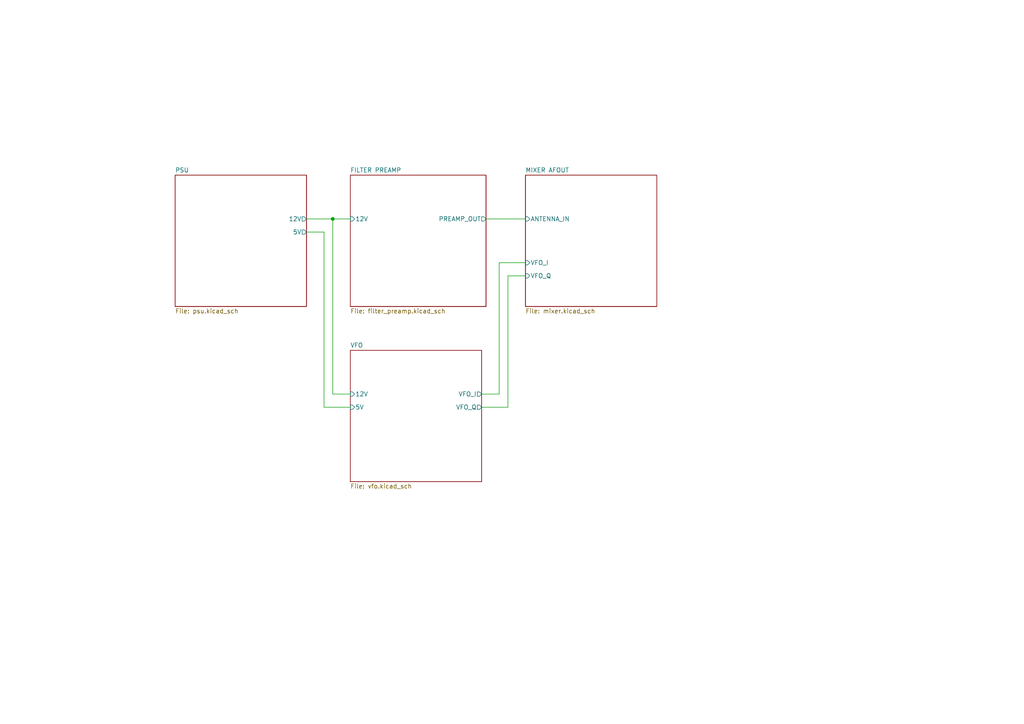
<source format=kicad_sch>
(kicad_sch
	(version 20250114)
	(generator "eeschema")
	(generator_version "9.0")
	(uuid "156bbb46-a717-4de3-b783-cbb954a57d2b")
	(paper "A4")
	(lib_symbols)
	(junction
		(at 96.52 63.5)
		(diameter 0)
		(color 0 0 0 0)
		(uuid "b068484f-afa4-4574-bb00-caee10b97a4a")
	)
	(wire
		(pts
			(xy 144.78 114.3) (xy 144.78 76.2)
		)
		(stroke
			(width 0)
			(type default)
		)
		(uuid "1a5362c6-a605-42a1-80e7-08388ddad9bd")
	)
	(wire
		(pts
			(xy 88.9 63.5) (xy 96.52 63.5)
		)
		(stroke
			(width 0)
			(type default)
		)
		(uuid "3d97334f-4dcd-48ca-9f8e-db9cfbc3e219")
	)
	(wire
		(pts
			(xy 147.32 118.11) (xy 147.32 80.01)
		)
		(stroke
			(width 0)
			(type default)
		)
		(uuid "4762bd0a-55b6-45dc-80b5-26e2d1890013")
	)
	(wire
		(pts
			(xy 147.32 80.01) (xy 152.4 80.01)
		)
		(stroke
			(width 0)
			(type default)
		)
		(uuid "4d918c3d-7b47-40ac-a87c-f58990c5cc63")
	)
	(wire
		(pts
			(xy 144.78 76.2) (xy 152.4 76.2)
		)
		(stroke
			(width 0)
			(type default)
		)
		(uuid "5806d29b-ddf8-4da2-bd1f-491207d57104")
	)
	(wire
		(pts
			(xy 139.7 118.11) (xy 147.32 118.11)
		)
		(stroke
			(width 0)
			(type default)
		)
		(uuid "5ad632ce-1e31-42f1-931c-73d2a4cb3f6d")
	)
	(wire
		(pts
			(xy 93.98 118.11) (xy 101.6 118.11)
		)
		(stroke
			(width 0)
			(type default)
		)
		(uuid "5afa134e-bade-4ae6-9306-66d140e8fcde")
	)
	(wire
		(pts
			(xy 139.7 114.3) (xy 144.78 114.3)
		)
		(stroke
			(width 0)
			(type default)
		)
		(uuid "619048d2-ee6e-4b77-bcf1-1111bbac7dc0")
	)
	(wire
		(pts
			(xy 140.97 63.5) (xy 152.4 63.5)
		)
		(stroke
			(width 0)
			(type default)
		)
		(uuid "6503be19-b84b-4ca3-a3ab-b9a240ce35da")
	)
	(wire
		(pts
			(xy 93.98 67.31) (xy 93.98 118.11)
		)
		(stroke
			(width 0)
			(type default)
		)
		(uuid "90821746-5d9c-4681-80c2-fb3e1f2a5a25")
	)
	(wire
		(pts
			(xy 101.6 114.3) (xy 96.52 114.3)
		)
		(stroke
			(width 0)
			(type default)
		)
		(uuid "bc6e496d-268b-4527-bdea-aa514847ccc5")
	)
	(wire
		(pts
			(xy 96.52 114.3) (xy 96.52 63.5)
		)
		(stroke
			(width 0)
			(type default)
		)
		(uuid "bef78f2b-b6c0-4d96-9075-075e35ede2ed")
	)
	(wire
		(pts
			(xy 96.52 63.5) (xy 101.6 63.5)
		)
		(stroke
			(width 0)
			(type default)
		)
		(uuid "d6dbc60a-bfba-4c3b-a4d1-1fa8d4f4903b")
	)
	(wire
		(pts
			(xy 88.9 67.31) (xy 93.98 67.31)
		)
		(stroke
			(width 0)
			(type default)
		)
		(uuid "fb9c961f-a7fc-4800-b972-16b60ef018f5")
	)
	(sheet
		(at 101.6 101.6)
		(size 38.1 38.1)
		(exclude_from_sim no)
		(in_bom yes)
		(on_board yes)
		(dnp no)
		(fields_autoplaced yes)
		(stroke
			(width 0.1524)
			(type solid)
		)
		(fill
			(color 0 0 0 0.0000)
		)
		(uuid "1aa4cc7b-4bc7-4944-b0a5-abdf57c68eb6")
		(property "Sheetname" "VFO"
			(at 101.6 100.8884 0)
			(effects
				(font
					(size 1.27 1.27)
				)
				(justify left bottom)
			)
		)
		(property "Sheetfile" "vfo.kicad_sch"
			(at 101.6 140.2846 0)
			(effects
				(font
					(size 1.27 1.27)
				)
				(justify left top)
			)
		)
		(pin "5V" input
			(at 101.6 118.11 180)
			(uuid "f260a76d-7734-4774-b8c4-1dfc8be5678e")
			(effects
				(font
					(size 1.27 1.27)
				)
				(justify left)
			)
		)
		(pin "12V" input
			(at 101.6 114.3 180)
			(uuid "62848971-7073-47e5-98aa-7bf77b0f24fe")
			(effects
				(font
					(size 1.27 1.27)
				)
				(justify left)
			)
		)
		(pin "VFO_I" output
			(at 139.7 114.3 0)
			(uuid "113db293-d28f-4ca3-b224-a195fe9fd32b")
			(effects
				(font
					(size 1.27 1.27)
				)
				(justify right)
			)
		)
		(pin "VFO_Q" output
			(at 139.7 118.11 0)
			(uuid "d4ca0ee0-ea53-4352-8cc7-d09f1f3a56be")
			(effects
				(font
					(size 1.27 1.27)
				)
				(justify right)
			)
		)
		(instances
			(project "CoherentSDR"
				(path "/156bbb46-a717-4de3-b783-cbb954a57d2b"
					(page "4")
				)
			)
		)
	)
	(sheet
		(at 152.4 50.8)
		(size 38.1 38.1)
		(exclude_from_sim no)
		(in_bom yes)
		(on_board yes)
		(dnp no)
		(fields_autoplaced yes)
		(stroke
			(width 0.1524)
			(type solid)
		)
		(fill
			(color 0 0 0 0.0000)
		)
		(uuid "7dc581ce-adb6-4098-82f9-aa2f429a0d3c")
		(property "Sheetname" "MIXER AFOUT"
			(at 152.4 50.0884 0)
			(effects
				(font
					(size 1.27 1.27)
				)
				(justify left bottom)
			)
		)
		(property "Sheetfile" "mixer.kicad_sch"
			(at 152.4 89.4846 0)
			(effects
				(font
					(size 1.27 1.27)
				)
				(justify left top)
			)
		)
		(pin "ANTENNA_IN" input
			(at 152.4 63.5 180)
			(uuid "850a9890-ba73-40a5-a351-57dbf685d656")
			(effects
				(font
					(size 1.27 1.27)
				)
				(justify left)
			)
		)
		(pin "VFO_I" input
			(at 152.4 76.2 180)
			(uuid "0b9e87f7-78b0-4807-b5d7-fb33f4eb5fac")
			(effects
				(font
					(size 1.27 1.27)
				)
				(justify left)
			)
		)
		(pin "VFO_Q" input
			(at 152.4 80.01 180)
			(uuid "fbbe6958-7ca7-4c31-85ad-16840716b1b3")
			(effects
				(font
					(size 1.27 1.27)
				)
				(justify left)
			)
		)
		(instances
			(project "CoherentSDR"
				(path "/156bbb46-a717-4de3-b783-cbb954a57d2b"
					(page "5")
				)
			)
		)
	)
	(sheet
		(at 50.8 50.8)
		(size 38.1 38.1)
		(exclude_from_sim no)
		(in_bom yes)
		(on_board yes)
		(dnp no)
		(fields_autoplaced yes)
		(stroke
			(width 0.1524)
			(type solid)
		)
		(fill
			(color 0 0 0 0.0000)
		)
		(uuid "a5d9818d-1a5d-40ae-8a4f-6505d879f01e")
		(property "Sheetname" "PSU"
			(at 50.8 50.0884 0)
			(effects
				(font
					(size 1.27 1.27)
				)
				(justify left bottom)
			)
		)
		(property "Sheetfile" "psu.kicad_sch"
			(at 50.8 89.4846 0)
			(effects
				(font
					(size 1.27 1.27)
				)
				(justify left top)
			)
		)
		(pin "5V" output
			(at 88.9 67.31 0)
			(uuid "e8e749e7-a88e-4cff-adcc-1b055ec2fcbf")
			(effects
				(font
					(size 1.27 1.27)
				)
				(justify right)
			)
		)
		(pin "12V" output
			(at 88.9 63.5 0)
			(uuid "ef243e8e-4471-457c-bf07-a1bca4df4099")
			(effects
				(font
					(size 1.27 1.27)
				)
				(justify right)
			)
		)
		(instances
			(project "CoherentSDR"
				(path "/156bbb46-a717-4de3-b783-cbb954a57d2b"
					(page "2")
				)
			)
		)
	)
	(sheet
		(at 101.6 50.8)
		(size 39.37 38.1)
		(exclude_from_sim no)
		(in_bom yes)
		(on_board yes)
		(dnp no)
		(fields_autoplaced yes)
		(stroke
			(width 0.1524)
			(type solid)
		)
		(fill
			(color 0 0 0 0.0000)
		)
		(uuid "bb1c47be-e005-4a44-8d59-24c062287623")
		(property "Sheetname" "FILTER PREAMP"
			(at 101.6 50.0884 0)
			(effects
				(font
					(size 1.27 1.27)
				)
				(justify left bottom)
			)
		)
		(property "Sheetfile" "filter_preamp.kicad_sch"
			(at 101.6 89.4846 0)
			(effects
				(font
					(size 1.27 1.27)
				)
				(justify left top)
			)
		)
		(pin "12V" input
			(at 101.6 63.5 180)
			(uuid "946dacce-8547-47c7-861c-624efa7eb8a4")
			(effects
				(font
					(size 1.27 1.27)
				)
				(justify left)
			)
		)
		(pin "PREAMP_OUT" output
			(at 140.97 63.5 0)
			(uuid "07b32bb3-e2ff-4722-ae2e-fca74e305c9f")
			(effects
				(font
					(size 1.27 1.27)
				)
				(justify right)
			)
		)
		(instances
			(project "CoherentSDR"
				(path "/156bbb46-a717-4de3-b783-cbb954a57d2b"
					(page "3")
				)
			)
		)
	)
	(sheet_instances
		(path "/"
			(page "1")
		)
	)
	(embedded_fonts no)
)

</source>
